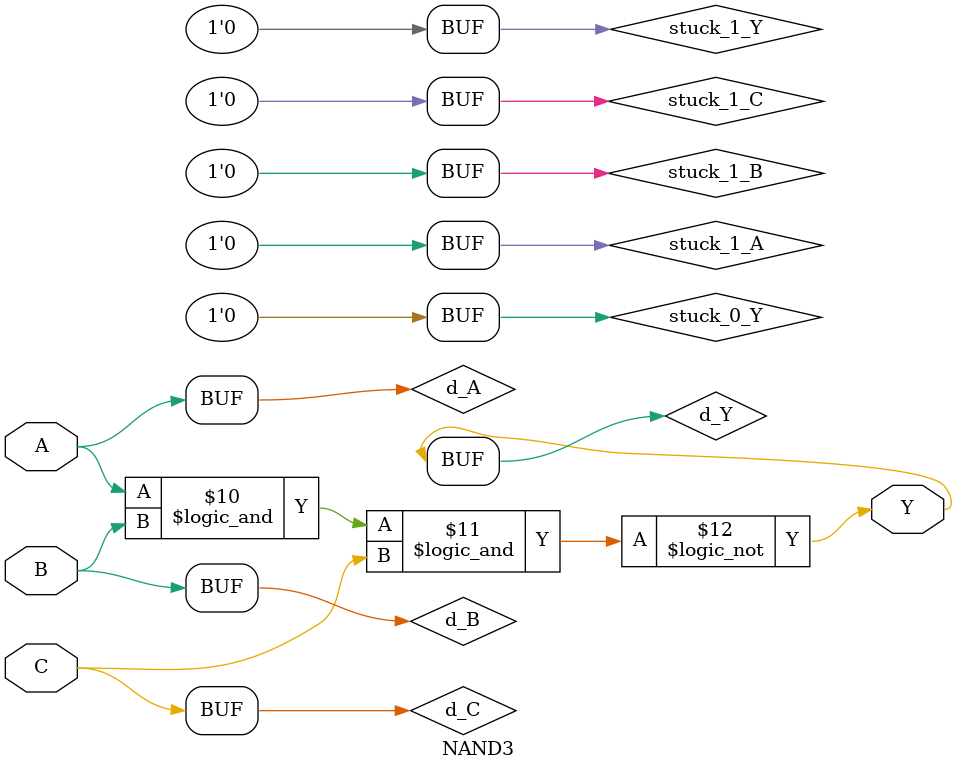
<source format=v>
module NAND3 (input A, output Y, input C, input B);
`ifdef REGISTER
initial begin
   $display("register  %m.stuck_1_A input");
   $display("register  %m.stuck_0_Y output");
   $display("register  %m.stuck_1_Y output");
   $display("register  %m.stuck_1_C input");
   $display("register  %m.stuck_1_B input");
end
`endif
reg stuck_1_A; initial stuck_1_A=0;
wire d_A = stuck_1_A ? 1 : A;
reg stuck_0_Y; initial stuck_0_Y=0;
reg stuck_1_Y; initial stuck_1_Y=0;
wire d_Y;
assign Y = stuck_1_Y ? 1 : stuck_0_Y ? 0 : d_Y;
reg stuck_1_C; initial stuck_1_C=0;
wire d_C = stuck_1_C ? 1 : C;
reg stuck_1_B; initial stuck_1_B=0;
wire d_B = stuck_1_B ? 1 : B;
assign d_Y = ! ( d_A && d_B && d_C );
endmodule

</source>
